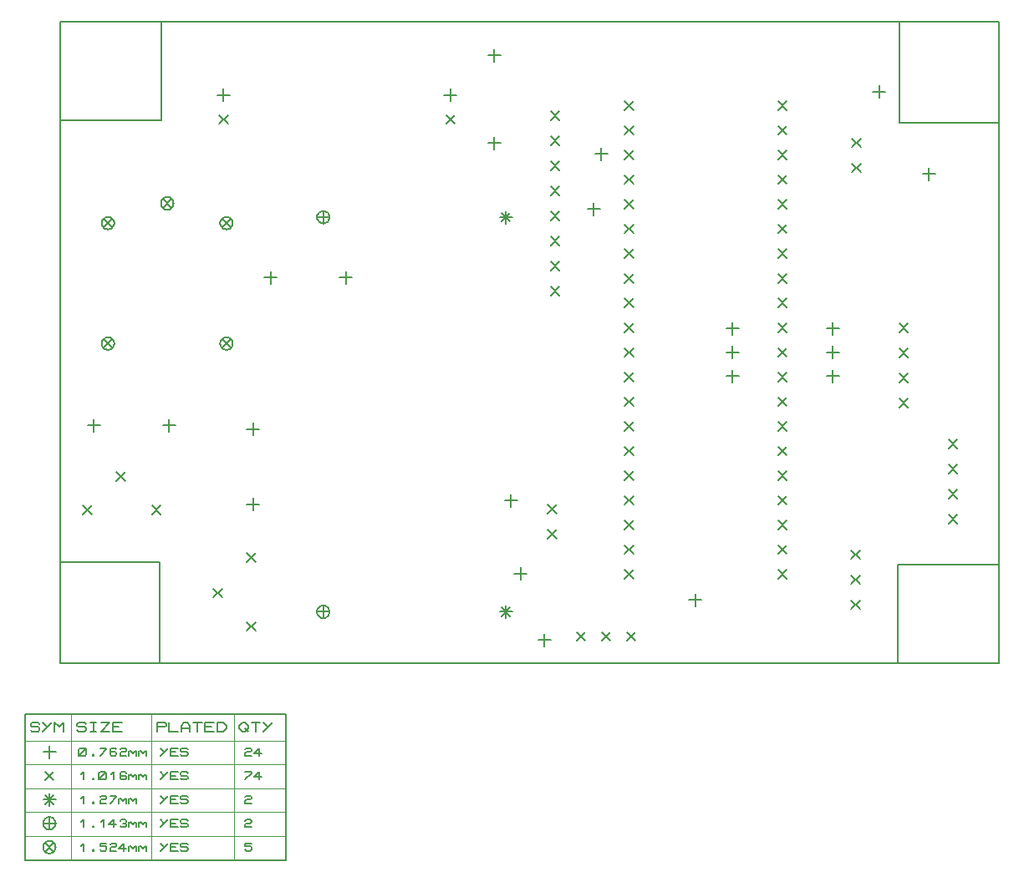
<source format=gbr>
G04 PROTEUS RS274X GERBER FILE*
%FSLAX45Y45*%
%MOMM*%
G01*
%ADD19C,0.203200*%
%ADD70C,0.127000*%
%ADD71C,0.063500*%
%TD.AperFunction*%
D19*
X+4679334Y+989771D02*
X+4679334Y+862771D01*
X+4615834Y+926271D02*
X+4742834Y+926271D01*
X+4580000Y+1732364D02*
X+4580000Y+1605364D01*
X+4516500Y+1668864D02*
X+4643500Y+1668864D01*
X+4412796Y+5355071D02*
X+4412796Y+5228071D01*
X+4349296Y+5291571D02*
X+4476296Y+5291571D01*
X+4412796Y+6245530D02*
X+4412796Y+6118530D01*
X+4349296Y+6182030D02*
X+4476296Y+6182030D01*
X+8815542Y+5040332D02*
X+8815542Y+4913332D01*
X+8752042Y+4976832D02*
X+8879042Y+4976832D01*
X+8312435Y+5875945D02*
X+8312435Y+5748945D01*
X+8248935Y+5812445D02*
X+8375935Y+5812445D01*
X+4921029Y+316793D02*
X+4921029Y+189793D01*
X+4857529Y+253293D02*
X+4984529Y+253293D01*
X+6447119Y+724447D02*
X+6447119Y+597447D01*
X+6383619Y+660947D02*
X+6510619Y+660947D01*
X+5420000Y+4686907D02*
X+5420000Y+4559907D01*
X+5356500Y+4623407D02*
X+5483500Y+4623407D01*
X+5496758Y+5245148D02*
X+5496758Y+5118148D01*
X+5433258Y+5181648D02*
X+5560258Y+5181648D01*
X+945099Y+1614901D02*
X+1034901Y+1525099D01*
X+945099Y+1525099D02*
X+1034901Y+1614901D01*
X+245099Y+1614901D02*
X+334901Y+1525099D01*
X+245099Y+1525099D02*
X+334901Y+1614901D01*
X+585099Y+1954901D02*
X+674901Y+1865099D01*
X+585099Y+1865099D02*
X+674901Y+1954901D01*
X+1905099Y+1134901D02*
X+1994901Y+1045099D01*
X+1905099Y+1045099D02*
X+1994901Y+1134901D01*
X+1905099Y+434901D02*
X+1994901Y+345099D01*
X+1905099Y+345099D02*
X+1994901Y+434901D01*
X+1565099Y+774901D02*
X+1654901Y+685099D01*
X+1565099Y+685099D02*
X+1654901Y+774901D01*
X+1763500Y+4480000D02*
X+1763283Y+4485247D01*
X+1761518Y+4495742D01*
X+1757826Y+4506237D01*
X+1751798Y+4516732D01*
X+1742576Y+4527112D01*
X+1732081Y+4534800D01*
X+1721586Y+4539718D01*
X+1711091Y+4542524D01*
X+1700596Y+4543497D01*
X+1700000Y+4543500D01*
X+1636500Y+4480000D02*
X+1636717Y+4485247D01*
X+1638482Y+4495742D01*
X+1642174Y+4506237D01*
X+1648202Y+4516732D01*
X+1657424Y+4527112D01*
X+1667919Y+4534800D01*
X+1678414Y+4539718D01*
X+1688909Y+4542524D01*
X+1699404Y+4543497D01*
X+1700000Y+4543500D01*
X+1636500Y+4480000D02*
X+1636717Y+4474753D01*
X+1638482Y+4464258D01*
X+1642174Y+4453763D01*
X+1648202Y+4443268D01*
X+1657424Y+4432888D01*
X+1667919Y+4425200D01*
X+1678414Y+4420282D01*
X+1688909Y+4417476D01*
X+1699404Y+4416503D01*
X+1700000Y+4416500D01*
X+1763500Y+4480000D02*
X+1763283Y+4474753D01*
X+1761518Y+4464258D01*
X+1757826Y+4453763D01*
X+1751798Y+4443268D01*
X+1742576Y+4432888D01*
X+1732081Y+4425200D01*
X+1721586Y+4420282D01*
X+1711091Y+4417476D01*
X+1700596Y+4416503D01*
X+1700000Y+4416500D01*
X+1655099Y+4524901D02*
X+1744901Y+4435099D01*
X+1655099Y+4435099D02*
X+1744901Y+4524901D01*
X+563500Y+4480000D02*
X+563283Y+4485247D01*
X+561518Y+4495742D01*
X+557826Y+4506237D01*
X+551798Y+4516732D01*
X+542576Y+4527112D01*
X+532081Y+4534800D01*
X+521586Y+4539718D01*
X+511091Y+4542524D01*
X+500596Y+4543497D01*
X+500000Y+4543500D01*
X+436500Y+4480000D02*
X+436717Y+4485247D01*
X+438482Y+4495742D01*
X+442174Y+4506237D01*
X+448202Y+4516732D01*
X+457424Y+4527112D01*
X+467919Y+4534800D01*
X+478414Y+4539718D01*
X+488909Y+4542524D01*
X+499404Y+4543497D01*
X+500000Y+4543500D01*
X+436500Y+4480000D02*
X+436717Y+4474753D01*
X+438482Y+4464258D01*
X+442174Y+4453763D01*
X+448202Y+4443268D01*
X+457424Y+4432888D01*
X+467919Y+4425200D01*
X+478414Y+4420282D01*
X+488909Y+4417476D01*
X+499404Y+4416503D01*
X+500000Y+4416500D01*
X+563500Y+4480000D02*
X+563283Y+4474753D01*
X+561518Y+4464258D01*
X+557826Y+4453763D01*
X+551798Y+4443268D01*
X+542576Y+4432888D01*
X+532081Y+4425200D01*
X+521586Y+4420282D01*
X+511091Y+4417476D01*
X+500596Y+4416503D01*
X+500000Y+4416500D01*
X+455099Y+4524901D02*
X+544901Y+4435099D01*
X+455099Y+4435099D02*
X+544901Y+4524901D01*
X+1163500Y+4680000D02*
X+1163283Y+4685247D01*
X+1161518Y+4695742D01*
X+1157826Y+4706237D01*
X+1151798Y+4716732D01*
X+1142576Y+4727112D01*
X+1132081Y+4734800D01*
X+1121586Y+4739718D01*
X+1111091Y+4742524D01*
X+1100596Y+4743497D01*
X+1100000Y+4743500D01*
X+1036500Y+4680000D02*
X+1036717Y+4685247D01*
X+1038482Y+4695742D01*
X+1042174Y+4706237D01*
X+1048202Y+4716732D01*
X+1057424Y+4727112D01*
X+1067919Y+4734800D01*
X+1078414Y+4739718D01*
X+1088909Y+4742524D01*
X+1099404Y+4743497D01*
X+1100000Y+4743500D01*
X+1036500Y+4680000D02*
X+1036717Y+4674753D01*
X+1038482Y+4664258D01*
X+1042174Y+4653763D01*
X+1048202Y+4643268D01*
X+1057424Y+4632888D01*
X+1067919Y+4625200D01*
X+1078414Y+4620282D01*
X+1088909Y+4617476D01*
X+1099404Y+4616503D01*
X+1100000Y+4616500D01*
X+1163500Y+4680000D02*
X+1163283Y+4674753D01*
X+1161518Y+4664258D01*
X+1157826Y+4653763D01*
X+1151798Y+4643268D01*
X+1142576Y+4632888D01*
X+1132081Y+4625200D01*
X+1121586Y+4620282D01*
X+1111091Y+4617476D01*
X+1100596Y+4616503D01*
X+1100000Y+4616500D01*
X+1055099Y+4724901D02*
X+1144901Y+4635099D01*
X+1055099Y+4635099D02*
X+1144901Y+4724901D01*
X+1763500Y+3260000D02*
X+1763283Y+3265247D01*
X+1761518Y+3275742D01*
X+1757826Y+3286237D01*
X+1751798Y+3296732D01*
X+1742576Y+3307112D01*
X+1732081Y+3314800D01*
X+1721586Y+3319718D01*
X+1711091Y+3322524D01*
X+1700596Y+3323497D01*
X+1700000Y+3323500D01*
X+1636500Y+3260000D02*
X+1636717Y+3265247D01*
X+1638482Y+3275742D01*
X+1642174Y+3286237D01*
X+1648202Y+3296732D01*
X+1657424Y+3307112D01*
X+1667919Y+3314800D01*
X+1678414Y+3319718D01*
X+1688909Y+3322524D01*
X+1699404Y+3323497D01*
X+1700000Y+3323500D01*
X+1636500Y+3260000D02*
X+1636717Y+3254753D01*
X+1638482Y+3244258D01*
X+1642174Y+3233763D01*
X+1648202Y+3223268D01*
X+1657424Y+3212888D01*
X+1667919Y+3205200D01*
X+1678414Y+3200282D01*
X+1688909Y+3197476D01*
X+1699404Y+3196503D01*
X+1700000Y+3196500D01*
X+1763500Y+3260000D02*
X+1763283Y+3254753D01*
X+1761518Y+3244258D01*
X+1757826Y+3233763D01*
X+1751798Y+3223268D01*
X+1742576Y+3212888D01*
X+1732081Y+3205200D01*
X+1721586Y+3200282D01*
X+1711091Y+3197476D01*
X+1700596Y+3196503D01*
X+1700000Y+3196500D01*
X+1655099Y+3304901D02*
X+1744901Y+3215099D01*
X+1655099Y+3215099D02*
X+1744901Y+3304901D01*
X+563500Y+3260000D02*
X+563283Y+3265247D01*
X+561518Y+3275742D01*
X+557826Y+3286237D01*
X+551798Y+3296732D01*
X+542576Y+3307112D01*
X+532081Y+3314800D01*
X+521586Y+3319718D01*
X+511091Y+3322524D01*
X+500596Y+3323497D01*
X+500000Y+3323500D01*
X+436500Y+3260000D02*
X+436717Y+3265247D01*
X+438482Y+3275742D01*
X+442174Y+3286237D01*
X+448202Y+3296732D01*
X+457424Y+3307112D01*
X+467919Y+3314800D01*
X+478414Y+3319718D01*
X+488909Y+3322524D01*
X+499404Y+3323497D01*
X+500000Y+3323500D01*
X+436500Y+3260000D02*
X+436717Y+3254753D01*
X+438482Y+3244258D01*
X+442174Y+3233763D01*
X+448202Y+3223268D01*
X+457424Y+3212888D01*
X+467919Y+3205200D01*
X+478414Y+3200282D01*
X+488909Y+3197476D01*
X+499404Y+3196503D01*
X+500000Y+3196500D01*
X+563500Y+3260000D02*
X+563283Y+3254753D01*
X+561518Y+3244258D01*
X+557826Y+3233763D01*
X+551798Y+3223268D01*
X+542576Y+3212888D01*
X+532081Y+3205200D01*
X+521586Y+3200282D01*
X+511091Y+3197476D01*
X+500596Y+3196503D01*
X+500000Y+3196500D01*
X+455099Y+3304901D02*
X+544901Y+3215099D01*
X+455099Y+3215099D02*
X+544901Y+3304901D01*
X+1120000Y+2493500D02*
X+1120000Y+2366500D01*
X+1056500Y+2430000D02*
X+1183500Y+2430000D01*
X+358000Y+2493500D02*
X+358000Y+2366500D01*
X+294500Y+2430000D02*
X+421500Y+2430000D01*
X+1670000Y+5843500D02*
X+1670000Y+5716500D01*
X+1606500Y+5780000D02*
X+1733500Y+5780000D01*
X+1625099Y+5574901D02*
X+1714901Y+5485099D01*
X+1625099Y+5485099D02*
X+1714901Y+5574901D01*
X+3970000Y+5843500D02*
X+3970000Y+5716500D01*
X+3906500Y+5780000D02*
X+4033500Y+5780000D01*
X+3925099Y+5574901D02*
X+4014901Y+5485099D01*
X+3925099Y+5485099D02*
X+4014901Y+5574901D01*
X+4530000Y+4603500D02*
X+4530000Y+4476500D01*
X+4466500Y+4540000D02*
X+4593500Y+4540000D01*
X+4485099Y+4584901D02*
X+4574901Y+4495099D01*
X+4485099Y+4495099D02*
X+4574901Y+4584901D01*
X+2743500Y+4540000D02*
X+2743283Y+4545247D01*
X+2741518Y+4555742D01*
X+2737826Y+4566237D01*
X+2731798Y+4576732D01*
X+2722576Y+4587112D01*
X+2712081Y+4594800D01*
X+2701586Y+4599718D01*
X+2691091Y+4602524D01*
X+2680596Y+4603497D01*
X+2680000Y+4603500D01*
X+2616500Y+4540000D02*
X+2616717Y+4545247D01*
X+2618482Y+4555742D01*
X+2622174Y+4566237D01*
X+2628202Y+4576732D01*
X+2637424Y+4587112D01*
X+2647919Y+4594800D01*
X+2658414Y+4599718D01*
X+2668909Y+4602524D01*
X+2679404Y+4603497D01*
X+2680000Y+4603500D01*
X+2616500Y+4540000D02*
X+2616717Y+4534753D01*
X+2618482Y+4524258D01*
X+2622174Y+4513763D01*
X+2628202Y+4503268D01*
X+2637424Y+4492888D01*
X+2647919Y+4485200D01*
X+2658414Y+4480282D01*
X+2668909Y+4477476D01*
X+2679404Y+4476503D01*
X+2680000Y+4476500D01*
X+2743500Y+4540000D02*
X+2743283Y+4534753D01*
X+2741518Y+4524258D01*
X+2737826Y+4513763D01*
X+2731798Y+4503268D01*
X+2722576Y+4492888D01*
X+2712081Y+4485200D01*
X+2701586Y+4480282D01*
X+2691091Y+4477476D01*
X+2680596Y+4476503D01*
X+2680000Y+4476500D01*
X+2680000Y+4603500D02*
X+2680000Y+4476500D01*
X+2616500Y+4540000D02*
X+2743500Y+4540000D01*
X+4530000Y+603500D02*
X+4530000Y+476500D01*
X+4466500Y+540000D02*
X+4593500Y+540000D01*
X+4485099Y+584901D02*
X+4574901Y+495099D01*
X+4485099Y+495099D02*
X+4574901Y+584901D01*
X+2743500Y+540000D02*
X+2743283Y+545247D01*
X+2741518Y+555742D01*
X+2737826Y+566237D01*
X+2731798Y+576732D01*
X+2722576Y+587112D01*
X+2712081Y+594800D01*
X+2701586Y+599718D01*
X+2691091Y+602524D01*
X+2680596Y+603497D01*
X+2680000Y+603500D01*
X+2616500Y+540000D02*
X+2616717Y+545247D01*
X+2618482Y+555742D01*
X+2622174Y+566237D01*
X+2628202Y+576732D01*
X+2637424Y+587112D01*
X+2647919Y+594800D01*
X+2658414Y+599718D01*
X+2668909Y+602524D01*
X+2679404Y+603497D01*
X+2680000Y+603500D01*
X+2616500Y+540000D02*
X+2616717Y+534753D01*
X+2618482Y+524258D01*
X+2622174Y+513763D01*
X+2628202Y+503268D01*
X+2637424Y+492888D01*
X+2647919Y+485200D01*
X+2658414Y+480282D01*
X+2668909Y+477476D01*
X+2679404Y+476503D01*
X+2680000Y+476500D01*
X+2743500Y+540000D02*
X+2743283Y+534753D01*
X+2741518Y+524258D01*
X+2737826Y+513763D01*
X+2731798Y+503268D01*
X+2722576Y+492888D01*
X+2712081Y+485200D01*
X+2701586Y+480282D01*
X+2691091Y+477476D01*
X+2680596Y+476503D01*
X+2680000Y+476500D01*
X+2680000Y+603500D02*
X+2680000Y+476500D01*
X+2616500Y+540000D02*
X+2743500Y+540000D01*
X+1970000Y+1691500D02*
X+1970000Y+1564500D01*
X+1906500Y+1628000D02*
X+2033500Y+1628000D01*
X+1970000Y+2453500D02*
X+1970000Y+2326500D01*
X+1906500Y+2390000D02*
X+2033500Y+2390000D01*
X+2910000Y+3993500D02*
X+2910000Y+3866500D01*
X+2846500Y+3930000D02*
X+2973500Y+3930000D01*
X+2148000Y+3993500D02*
X+2148000Y+3866500D01*
X+2084500Y+3930000D02*
X+2211500Y+3930000D01*
X+7285099Y+964901D02*
X+7374901Y+875099D01*
X+7285099Y+875099D02*
X+7374901Y+964901D01*
X+7285099Y+1214901D02*
X+7374901Y+1125099D01*
X+7285099Y+1125099D02*
X+7374901Y+1214901D01*
X+7285099Y+1464901D02*
X+7374901Y+1375099D01*
X+7285099Y+1375099D02*
X+7374901Y+1464901D01*
X+7285099Y+1714901D02*
X+7374901Y+1625099D01*
X+7285099Y+1625099D02*
X+7374901Y+1714901D01*
X+7285099Y+1964901D02*
X+7374901Y+1875099D01*
X+7285099Y+1875099D02*
X+7374901Y+1964901D01*
X+7285099Y+2214901D02*
X+7374901Y+2125099D01*
X+7285099Y+2125099D02*
X+7374901Y+2214901D01*
X+7285099Y+2464901D02*
X+7374901Y+2375099D01*
X+7285099Y+2375099D02*
X+7374901Y+2464901D01*
X+7285099Y+2714901D02*
X+7374901Y+2625099D01*
X+7285099Y+2625099D02*
X+7374901Y+2714901D01*
X+7285099Y+2964901D02*
X+7374901Y+2875099D01*
X+7285099Y+2875099D02*
X+7374901Y+2964901D01*
X+7285099Y+3214901D02*
X+7374901Y+3125099D01*
X+7285099Y+3125099D02*
X+7374901Y+3214901D01*
X+7285099Y+3464901D02*
X+7374901Y+3375099D01*
X+7285099Y+3375099D02*
X+7374901Y+3464901D01*
X+7285099Y+3714901D02*
X+7374901Y+3625099D01*
X+7285099Y+3625099D02*
X+7374901Y+3714901D01*
X+7285099Y+3964901D02*
X+7374901Y+3875099D01*
X+7285099Y+3875099D02*
X+7374901Y+3964901D01*
X+7285099Y+4214901D02*
X+7374901Y+4125099D01*
X+7285099Y+4125099D02*
X+7374901Y+4214901D01*
X+7285099Y+4464901D02*
X+7374901Y+4375099D01*
X+7285099Y+4375099D02*
X+7374901Y+4464901D01*
X+7285099Y+4714901D02*
X+7374901Y+4625099D01*
X+7285099Y+4625099D02*
X+7374901Y+4714901D01*
X+7285099Y+4964901D02*
X+7374901Y+4875099D01*
X+7285099Y+4875099D02*
X+7374901Y+4964901D01*
X+7285099Y+5214901D02*
X+7374901Y+5125099D01*
X+7285099Y+5125099D02*
X+7374901Y+5214901D01*
X+7285099Y+5464901D02*
X+7374901Y+5375099D01*
X+7285099Y+5375099D02*
X+7374901Y+5464901D01*
X+7285099Y+5714901D02*
X+7374901Y+5625099D01*
X+7285099Y+5625099D02*
X+7374901Y+5714901D01*
X+5735099Y+5714901D02*
X+5824901Y+5625099D01*
X+5735099Y+5625099D02*
X+5824901Y+5714901D01*
X+5735099Y+5464901D02*
X+5824901Y+5375099D01*
X+5735099Y+5375099D02*
X+5824901Y+5464901D01*
X+5735099Y+5214901D02*
X+5824901Y+5125099D01*
X+5735099Y+5125099D02*
X+5824901Y+5214901D01*
X+5735099Y+4964901D02*
X+5824901Y+4875099D01*
X+5735099Y+4875099D02*
X+5824901Y+4964901D01*
X+5735099Y+4714901D02*
X+5824901Y+4625099D01*
X+5735099Y+4625099D02*
X+5824901Y+4714901D01*
X+5735099Y+4464901D02*
X+5824901Y+4375099D01*
X+5735099Y+4375099D02*
X+5824901Y+4464901D01*
X+5735099Y+4214901D02*
X+5824901Y+4125099D01*
X+5735099Y+4125099D02*
X+5824901Y+4214901D01*
X+5735099Y+3964901D02*
X+5824901Y+3875099D01*
X+5735099Y+3875099D02*
X+5824901Y+3964901D01*
X+5735099Y+3714901D02*
X+5824901Y+3625099D01*
X+5735099Y+3625099D02*
X+5824901Y+3714901D01*
X+5735099Y+3464901D02*
X+5824901Y+3375099D01*
X+5735099Y+3375099D02*
X+5824901Y+3464901D01*
X+5735099Y+3214901D02*
X+5824901Y+3125099D01*
X+5735099Y+3125099D02*
X+5824901Y+3214901D01*
X+5735099Y+2964901D02*
X+5824901Y+2875099D01*
X+5735099Y+2875099D02*
X+5824901Y+2964901D01*
X+5735099Y+2714901D02*
X+5824901Y+2625099D01*
X+5735099Y+2625099D02*
X+5824901Y+2714901D01*
X+5735099Y+2464901D02*
X+5824901Y+2375099D01*
X+5735099Y+2375099D02*
X+5824901Y+2464901D01*
X+5735099Y+2214901D02*
X+5824901Y+2125099D01*
X+5735099Y+2125099D02*
X+5824901Y+2214901D01*
X+5735099Y+1964901D02*
X+5824901Y+1875099D01*
X+5735099Y+1875099D02*
X+5824901Y+1964901D01*
X+5735099Y+1714901D02*
X+5824901Y+1625099D01*
X+5735099Y+1625099D02*
X+5824901Y+1714901D01*
X+5735099Y+1464901D02*
X+5824901Y+1375099D01*
X+5735099Y+1375099D02*
X+5824901Y+1464901D01*
X+5735099Y+1214901D02*
X+5824901Y+1125099D01*
X+5735099Y+1125099D02*
X+5824901Y+1214901D01*
X+5735099Y+964901D02*
X+5824901Y+875099D01*
X+5735099Y+875099D02*
X+5824901Y+964901D01*
X+8025099Y+654901D02*
X+8114901Y+565099D01*
X+8025099Y+565099D02*
X+8114901Y+654901D01*
X+8025099Y+908901D02*
X+8114901Y+819099D01*
X+8025099Y+819099D02*
X+8114901Y+908901D01*
X+8025099Y+1162901D02*
X+8114901Y+1073099D01*
X+8025099Y+1073099D02*
X+8114901Y+1162901D01*
X+9015099Y+2286901D02*
X+9104901Y+2197099D01*
X+9015099Y+2197099D02*
X+9104901Y+2286901D01*
X+9015099Y+2032901D02*
X+9104901Y+1943099D01*
X+9015099Y+1943099D02*
X+9104901Y+2032901D01*
X+9015099Y+1778901D02*
X+9104901Y+1689099D01*
X+9015099Y+1689099D02*
X+9104901Y+1778901D01*
X+9015099Y+1524901D02*
X+9104901Y+1435099D01*
X+9015099Y+1435099D02*
X+9104901Y+1524901D01*
X+7840000Y+2993500D02*
X+7840000Y+2866500D01*
X+7776500Y+2930000D02*
X+7903500Y+2930000D01*
X+6824000Y+2993500D02*
X+6824000Y+2866500D01*
X+6760500Y+2930000D02*
X+6887500Y+2930000D01*
X+7840000Y+3233500D02*
X+7840000Y+3106500D01*
X+7776500Y+3170000D02*
X+7903500Y+3170000D01*
X+6824000Y+3233500D02*
X+6824000Y+3106500D01*
X+6760500Y+3170000D02*
X+6887500Y+3170000D01*
X+7840000Y+3473500D02*
X+7840000Y+3346500D01*
X+7776500Y+3410000D02*
X+7903500Y+3410000D01*
X+6824000Y+3473500D02*
X+6824000Y+3346500D01*
X+6760500Y+3410000D02*
X+6887500Y+3410000D01*
X+8515099Y+3464901D02*
X+8604901Y+3375099D01*
X+8515099Y+3375099D02*
X+8604901Y+3464901D01*
X+8515099Y+3210901D02*
X+8604901Y+3121099D01*
X+8515099Y+3121099D02*
X+8604901Y+3210901D01*
X+8515099Y+2956901D02*
X+8604901Y+2867099D01*
X+8515099Y+2867099D02*
X+8604901Y+2956901D01*
X+8515099Y+2702901D02*
X+8604901Y+2613099D01*
X+8515099Y+2613099D02*
X+8604901Y+2702901D01*
X+5755099Y+334901D02*
X+5844901Y+245099D01*
X+5755099Y+245099D02*
X+5844901Y+334901D01*
X+5501099Y+334901D02*
X+5590901Y+245099D01*
X+5501099Y+245099D02*
X+5590901Y+334901D01*
X+5247099Y+334901D02*
X+5336901Y+245099D01*
X+5247099Y+245099D02*
X+5336901Y+334901D01*
X+4985099Y+5614901D02*
X+5074901Y+5525099D01*
X+4985099Y+5525099D02*
X+5074901Y+5614901D01*
X+4985099Y+5360901D02*
X+5074901Y+5271099D01*
X+4985099Y+5271099D02*
X+5074901Y+5360901D01*
X+4985099Y+5106901D02*
X+5074901Y+5017099D01*
X+4985099Y+5017099D02*
X+5074901Y+5106901D01*
X+4985099Y+4852901D02*
X+5074901Y+4763099D01*
X+4985099Y+4763099D02*
X+5074901Y+4852901D01*
X+4985099Y+4598901D02*
X+5074901Y+4509099D01*
X+4985099Y+4509099D02*
X+5074901Y+4598901D01*
X+4985099Y+4344901D02*
X+5074901Y+4255099D01*
X+4985099Y+4255099D02*
X+5074901Y+4344901D01*
X+4985099Y+4090901D02*
X+5074901Y+4001099D01*
X+4985099Y+4001099D02*
X+5074901Y+4090901D01*
X+4985099Y+3836901D02*
X+5074901Y+3747099D01*
X+4985099Y+3747099D02*
X+5074901Y+3836901D01*
X+8035099Y+5338901D02*
X+8124901Y+5249099D01*
X+8035099Y+5249099D02*
X+8124901Y+5338901D01*
X+8035099Y+5084901D02*
X+8124901Y+4995099D01*
X+8035099Y+4995099D02*
X+8124901Y+5084901D01*
X+4955099Y+1624901D02*
X+5044901Y+1535099D01*
X+4955099Y+1535099D02*
X+5044901Y+1624901D01*
X+4955099Y+1370901D02*
X+5044901Y+1281099D01*
X+4955099Y+1281099D02*
X+5044901Y+1370901D01*
X+20000Y+20000D02*
X+9520000Y+20000D01*
X+20000Y+20000D02*
X+20000Y+6520000D01*
X+9520000Y+6520000D01*
X+9520000Y+20000D01*
X+20000Y+1040000D02*
X+1020000Y+1040000D01*
X+1020000Y+20000D01*
X+8500000Y+20000D02*
X+8500000Y+1020000D01*
X+9520000Y+1020000D01*
X+1040000Y+6520000D02*
X+1040000Y+5520000D01*
X+20000Y+5520000D01*
X+9520000Y+5500000D02*
X+8520000Y+5500000D01*
X+8520000Y+6520000D01*
D70*
X-340160Y-1980060D02*
X+2303980Y-1980060D01*
X+2303980Y-494160D01*
X-340160Y-494160D01*
X-340160Y-1980060D01*
D71*
X+127202Y-494160D02*
X+127202Y-1980060D01*
X+940002Y-494160D02*
X+940002Y-1980060D01*
X+1773122Y-494160D02*
X+1773122Y-1980060D01*
X-340160Y-767210D02*
X+2303980Y-767210D01*
X-340160Y-1008510D02*
X+2303980Y-1008510D01*
X-340160Y-1249810D02*
X+2303980Y-1249810D01*
X-340160Y-1491110D02*
X+2303980Y-1491110D01*
X-340160Y-1732410D02*
X+2303980Y-1732410D01*
D70*
X-283010Y-657990D02*
X-267770Y-673230D01*
X-206810Y-673230D01*
X-191570Y-657990D01*
X-191570Y-642750D01*
X-206810Y-627510D01*
X-267770Y-627510D01*
X-283010Y-612270D01*
X-283010Y-597030D01*
X-267770Y-581790D01*
X-206810Y-581790D01*
X-191570Y-597030D01*
X-69650Y-581790D02*
X-161090Y-673230D01*
X-161090Y-581790D02*
X-115370Y-627510D01*
X-39170Y-673230D02*
X-39170Y-581790D01*
X+6550Y-627510D01*
X+52270Y-581790D01*
X+52270Y-673230D01*
X+184350Y-657990D02*
X+199590Y-673230D01*
X+260550Y-673230D01*
X+275790Y-657990D01*
X+275790Y-642750D01*
X+260550Y-627510D01*
X+199590Y-627510D01*
X+184350Y-612270D01*
X+184350Y-597030D01*
X+199590Y-581790D01*
X+260550Y-581790D01*
X+275790Y-597030D01*
X+321510Y-581790D02*
X+382470Y-581790D01*
X+351990Y-581790D02*
X+351990Y-673230D01*
X+321510Y-673230D02*
X+382470Y-673230D01*
X+428190Y-581790D02*
X+519630Y-581790D01*
X+428190Y-673230D01*
X+519630Y-673230D01*
X+641550Y-673230D02*
X+550110Y-673230D01*
X+550110Y-581790D01*
X+641550Y-581790D01*
X+550110Y-627510D02*
X+611070Y-627510D01*
X+997150Y-673230D02*
X+997150Y-581790D01*
X+1073350Y-581790D01*
X+1088590Y-597030D01*
X+1088590Y-612270D01*
X+1073350Y-627510D01*
X+997150Y-627510D01*
X+1119070Y-581790D02*
X+1119070Y-673230D01*
X+1210510Y-673230D01*
X+1240990Y-673230D02*
X+1240990Y-612270D01*
X+1271470Y-581790D01*
X+1301950Y-581790D01*
X+1332430Y-612270D01*
X+1332430Y-673230D01*
X+1240990Y-642750D02*
X+1332430Y-642750D01*
X+1362910Y-581790D02*
X+1454350Y-581790D01*
X+1408630Y-581790D02*
X+1408630Y-673230D01*
X+1576270Y-673230D02*
X+1484830Y-673230D01*
X+1484830Y-581790D01*
X+1576270Y-581790D01*
X+1484830Y-627510D02*
X+1545790Y-627510D01*
X+1606750Y-673230D02*
X+1606750Y-581790D01*
X+1667710Y-581790D01*
X+1698190Y-612270D01*
X+1698190Y-642750D01*
X+1667710Y-673230D01*
X+1606750Y-673230D01*
X+1830270Y-612270D02*
X+1860750Y-581790D01*
X+1891230Y-581790D01*
X+1921710Y-612270D01*
X+1921710Y-642750D01*
X+1891230Y-673230D01*
X+1860750Y-673230D01*
X+1830270Y-642750D01*
X+1830270Y-612270D01*
X+1891230Y-642750D02*
X+1921710Y-673230D01*
X+1952190Y-581790D02*
X+2043630Y-581790D01*
X+1997910Y-581790D02*
X+1997910Y-673230D01*
X+2165550Y-581790D02*
X+2074110Y-673230D01*
X+2074110Y-581790D02*
X+2119830Y-627510D01*
D19*
X-93780Y-818010D02*
X-93780Y-945010D01*
X-157280Y-881510D02*
X-30280Y-881510D01*
D70*
X+203400Y-906910D02*
X+203400Y-856110D01*
X+216100Y-843410D01*
X+266900Y-843410D01*
X+279600Y-856110D01*
X+279600Y-906910D01*
X+266900Y-919610D01*
X+216100Y-919610D01*
X+203400Y-906910D01*
X+203400Y-919610D02*
X+279600Y-843410D01*
X+343100Y-906910D02*
X+355800Y-906910D01*
X+355800Y-919610D01*
X+343100Y-919610D01*
X+343100Y-906910D01*
X+419300Y-843410D02*
X+482800Y-843410D01*
X+482800Y-856110D01*
X+419300Y-919610D01*
X+584400Y-856110D02*
X+571700Y-843410D01*
X+533600Y-843410D01*
X+520900Y-856110D01*
X+520900Y-906910D01*
X+533600Y-919610D01*
X+571700Y-919610D01*
X+584400Y-906910D01*
X+584400Y-894210D01*
X+571700Y-881510D01*
X+520900Y-881510D01*
X+622500Y-856110D02*
X+635200Y-843410D01*
X+673300Y-843410D01*
X+686000Y-856110D01*
X+686000Y-868810D01*
X+673300Y-881510D01*
X+635200Y-881510D01*
X+622500Y-894210D01*
X+622500Y-919610D01*
X+686000Y-919610D01*
X+711400Y-919610D02*
X+711400Y-868810D01*
X+711400Y-881510D02*
X+724100Y-868810D01*
X+749500Y-894210D01*
X+774900Y-868810D01*
X+787600Y-881510D01*
X+787600Y-919610D01*
X+813000Y-919610D02*
X+813000Y-868810D01*
X+813000Y-881510D02*
X+825700Y-868810D01*
X+851100Y-894210D01*
X+876500Y-868810D01*
X+889200Y-881510D01*
X+889200Y-919610D01*
X+1105100Y-843410D02*
X+1028900Y-919610D01*
X+1028900Y-843410D02*
X+1067000Y-881510D01*
X+1206700Y-919610D02*
X+1130500Y-919610D01*
X+1130500Y-843410D01*
X+1206700Y-843410D01*
X+1130500Y-881510D02*
X+1181300Y-881510D01*
X+1232100Y-906910D02*
X+1244800Y-919610D01*
X+1295600Y-919610D01*
X+1308300Y-906910D01*
X+1308300Y-894210D01*
X+1295600Y-881510D01*
X+1244800Y-881510D01*
X+1232100Y-868810D01*
X+1232100Y-856110D01*
X+1244800Y-843410D01*
X+1295600Y-843410D01*
X+1308300Y-856110D01*
X+1887420Y-856110D02*
X+1900120Y-843410D01*
X+1938220Y-843410D01*
X+1950920Y-856110D01*
X+1950920Y-868810D01*
X+1938220Y-881510D01*
X+1900120Y-881510D01*
X+1887420Y-894210D01*
X+1887420Y-919610D01*
X+1950920Y-919610D01*
X+2052520Y-894210D02*
X+1976320Y-894210D01*
X+2027120Y-843410D01*
X+2027120Y-919610D01*
D19*
X-138681Y-1077909D02*
X-48879Y-1167711D01*
X-138681Y-1167711D02*
X-48879Y-1077909D01*
D70*
X+228800Y-1110110D02*
X+254200Y-1084710D01*
X+254200Y-1160910D01*
X+343100Y-1148210D02*
X+355800Y-1148210D01*
X+355800Y-1160910D01*
X+343100Y-1160910D01*
X+343100Y-1148210D01*
X+406600Y-1148210D02*
X+406600Y-1097410D01*
X+419300Y-1084710D01*
X+470100Y-1084710D01*
X+482800Y-1097410D01*
X+482800Y-1148210D01*
X+470100Y-1160910D01*
X+419300Y-1160910D01*
X+406600Y-1148210D01*
X+406600Y-1160910D02*
X+482800Y-1084710D01*
X+533600Y-1110110D02*
X+559000Y-1084710D01*
X+559000Y-1160910D01*
X+686000Y-1097410D02*
X+673300Y-1084710D01*
X+635200Y-1084710D01*
X+622500Y-1097410D01*
X+622500Y-1148210D01*
X+635200Y-1160910D01*
X+673300Y-1160910D01*
X+686000Y-1148210D01*
X+686000Y-1135510D01*
X+673300Y-1122810D01*
X+622500Y-1122810D01*
X+711400Y-1160910D02*
X+711400Y-1110110D01*
X+711400Y-1122810D02*
X+724100Y-1110110D01*
X+749500Y-1135510D01*
X+774900Y-1110110D01*
X+787600Y-1122810D01*
X+787600Y-1160910D01*
X+813000Y-1160910D02*
X+813000Y-1110110D01*
X+813000Y-1122810D02*
X+825700Y-1110110D01*
X+851100Y-1135510D01*
X+876500Y-1110110D01*
X+889200Y-1122810D01*
X+889200Y-1160910D01*
X+1105100Y-1084710D02*
X+1028900Y-1160910D01*
X+1028900Y-1084710D02*
X+1067000Y-1122810D01*
X+1206700Y-1160910D02*
X+1130500Y-1160910D01*
X+1130500Y-1084710D01*
X+1206700Y-1084710D01*
X+1130500Y-1122810D02*
X+1181300Y-1122810D01*
X+1232100Y-1148210D02*
X+1244800Y-1160910D01*
X+1295600Y-1160910D01*
X+1308300Y-1148210D01*
X+1308300Y-1135510D01*
X+1295600Y-1122810D01*
X+1244800Y-1122810D01*
X+1232100Y-1110110D01*
X+1232100Y-1097410D01*
X+1244800Y-1084710D01*
X+1295600Y-1084710D01*
X+1308300Y-1097410D01*
X+1887420Y-1084710D02*
X+1950920Y-1084710D01*
X+1950920Y-1097410D01*
X+1887420Y-1160910D01*
X+2052520Y-1135510D02*
X+1976320Y-1135510D01*
X+2027120Y-1084710D01*
X+2027120Y-1160910D01*
D19*
X-93780Y-1300610D02*
X-93780Y-1427610D01*
X-157280Y-1364110D02*
X-30280Y-1364110D01*
X-138681Y-1319209D02*
X-48879Y-1409011D01*
X-138681Y-1409011D02*
X-48879Y-1319209D01*
D70*
X+228800Y-1351410D02*
X+254200Y-1326010D01*
X+254200Y-1402210D01*
X+343100Y-1389510D02*
X+355800Y-1389510D01*
X+355800Y-1402210D01*
X+343100Y-1402210D01*
X+343100Y-1389510D01*
X+419300Y-1338710D02*
X+432000Y-1326010D01*
X+470100Y-1326010D01*
X+482800Y-1338710D01*
X+482800Y-1351410D01*
X+470100Y-1364110D01*
X+432000Y-1364110D01*
X+419300Y-1376810D01*
X+419300Y-1402210D01*
X+482800Y-1402210D01*
X+520900Y-1326010D02*
X+584400Y-1326010D01*
X+584400Y-1338710D01*
X+520900Y-1402210D01*
X+609800Y-1402210D02*
X+609800Y-1351410D01*
X+609800Y-1364110D02*
X+622500Y-1351410D01*
X+647900Y-1376810D01*
X+673300Y-1351410D01*
X+686000Y-1364110D01*
X+686000Y-1402210D01*
X+711400Y-1402210D02*
X+711400Y-1351410D01*
X+711400Y-1364110D02*
X+724100Y-1351410D01*
X+749500Y-1376810D01*
X+774900Y-1351410D01*
X+787600Y-1364110D01*
X+787600Y-1402210D01*
X+1105100Y-1326010D02*
X+1028900Y-1402210D01*
X+1028900Y-1326010D02*
X+1067000Y-1364110D01*
X+1206700Y-1402210D02*
X+1130500Y-1402210D01*
X+1130500Y-1326010D01*
X+1206700Y-1326010D01*
X+1130500Y-1364110D02*
X+1181300Y-1364110D01*
X+1232100Y-1389510D02*
X+1244800Y-1402210D01*
X+1295600Y-1402210D01*
X+1308300Y-1389510D01*
X+1308300Y-1376810D01*
X+1295600Y-1364110D01*
X+1244800Y-1364110D01*
X+1232100Y-1351410D01*
X+1232100Y-1338710D01*
X+1244800Y-1326010D01*
X+1295600Y-1326010D01*
X+1308300Y-1338710D01*
X+1887420Y-1338710D02*
X+1900120Y-1326010D01*
X+1938220Y-1326010D01*
X+1950920Y-1338710D01*
X+1950920Y-1351410D01*
X+1938220Y-1364110D01*
X+1900120Y-1364110D01*
X+1887420Y-1376810D01*
X+1887420Y-1402210D01*
X+1950920Y-1402210D01*
D19*
X-30280Y-1605410D02*
X-30497Y-1600163D01*
X-32262Y-1589668D01*
X-35954Y-1579173D01*
X-41982Y-1568678D01*
X-51204Y-1558298D01*
X-61699Y-1550610D01*
X-72194Y-1545692D01*
X-82689Y-1542886D01*
X-93184Y-1541913D01*
X-93780Y-1541910D01*
X-157280Y-1605410D02*
X-157063Y-1600163D01*
X-155298Y-1589668D01*
X-151606Y-1579173D01*
X-145578Y-1568678D01*
X-136356Y-1558298D01*
X-125861Y-1550610D01*
X-115366Y-1545692D01*
X-104871Y-1542886D01*
X-94376Y-1541913D01*
X-93780Y-1541910D01*
X-157280Y-1605410D02*
X-157063Y-1610657D01*
X-155298Y-1621152D01*
X-151606Y-1631647D01*
X-145578Y-1642142D01*
X-136356Y-1652522D01*
X-125861Y-1660210D01*
X-115366Y-1665128D01*
X-104871Y-1667934D01*
X-94376Y-1668907D01*
X-93780Y-1668910D01*
X-30280Y-1605410D02*
X-30497Y-1610657D01*
X-32262Y-1621152D01*
X-35954Y-1631647D01*
X-41982Y-1642142D01*
X-51204Y-1652522D01*
X-61699Y-1660210D01*
X-72194Y-1665128D01*
X-82689Y-1667934D01*
X-93184Y-1668907D01*
X-93780Y-1668910D01*
X-93780Y-1541910D02*
X-93780Y-1668910D01*
X-157280Y-1605410D02*
X-30280Y-1605410D01*
D70*
X+228800Y-1592710D02*
X+254200Y-1567310D01*
X+254200Y-1643510D01*
X+343100Y-1630810D02*
X+355800Y-1630810D01*
X+355800Y-1643510D01*
X+343100Y-1643510D01*
X+343100Y-1630810D01*
X+432000Y-1592710D02*
X+457400Y-1567310D01*
X+457400Y-1643510D01*
X+584400Y-1618110D02*
X+508200Y-1618110D01*
X+559000Y-1567310D01*
X+559000Y-1643510D01*
X+622500Y-1580010D02*
X+635200Y-1567310D01*
X+673300Y-1567310D01*
X+686000Y-1580010D01*
X+686000Y-1592710D01*
X+673300Y-1605410D01*
X+686000Y-1618110D01*
X+686000Y-1630810D01*
X+673300Y-1643510D01*
X+635200Y-1643510D01*
X+622500Y-1630810D01*
X+647900Y-1605410D02*
X+673300Y-1605410D01*
X+711400Y-1643510D02*
X+711400Y-1592710D01*
X+711400Y-1605410D02*
X+724100Y-1592710D01*
X+749500Y-1618110D01*
X+774900Y-1592710D01*
X+787600Y-1605410D01*
X+787600Y-1643510D01*
X+813000Y-1643510D02*
X+813000Y-1592710D01*
X+813000Y-1605410D02*
X+825700Y-1592710D01*
X+851100Y-1618110D01*
X+876500Y-1592710D01*
X+889200Y-1605410D01*
X+889200Y-1643510D01*
X+1105100Y-1567310D02*
X+1028900Y-1643510D01*
X+1028900Y-1567310D02*
X+1067000Y-1605410D01*
X+1206700Y-1643510D02*
X+1130500Y-1643510D01*
X+1130500Y-1567310D01*
X+1206700Y-1567310D01*
X+1130500Y-1605410D02*
X+1181300Y-1605410D01*
X+1232100Y-1630810D02*
X+1244800Y-1643510D01*
X+1295600Y-1643510D01*
X+1308300Y-1630810D01*
X+1308300Y-1618110D01*
X+1295600Y-1605410D01*
X+1244800Y-1605410D01*
X+1232100Y-1592710D01*
X+1232100Y-1580010D01*
X+1244800Y-1567310D01*
X+1295600Y-1567310D01*
X+1308300Y-1580010D01*
X+1887420Y-1580010D02*
X+1900120Y-1567310D01*
X+1938220Y-1567310D01*
X+1950920Y-1580010D01*
X+1950920Y-1592710D01*
X+1938220Y-1605410D01*
X+1900120Y-1605410D01*
X+1887420Y-1618110D01*
X+1887420Y-1643510D01*
X+1950920Y-1643510D01*
D19*
X-30280Y-1846710D02*
X-30497Y-1841463D01*
X-32262Y-1830968D01*
X-35954Y-1820473D01*
X-41982Y-1809978D01*
X-51204Y-1799598D01*
X-61699Y-1791910D01*
X-72194Y-1786992D01*
X-82689Y-1784186D01*
X-93184Y-1783213D01*
X-93780Y-1783210D01*
X-157280Y-1846710D02*
X-157063Y-1841463D01*
X-155298Y-1830968D01*
X-151606Y-1820473D01*
X-145578Y-1809978D01*
X-136356Y-1799598D01*
X-125861Y-1791910D01*
X-115366Y-1786992D01*
X-104871Y-1784186D01*
X-94376Y-1783213D01*
X-93780Y-1783210D01*
X-157280Y-1846710D02*
X-157063Y-1851957D01*
X-155298Y-1862452D01*
X-151606Y-1872947D01*
X-145578Y-1883442D01*
X-136356Y-1893822D01*
X-125861Y-1901510D01*
X-115366Y-1906428D01*
X-104871Y-1909234D01*
X-94376Y-1910207D01*
X-93780Y-1910210D01*
X-30280Y-1846710D02*
X-30497Y-1851957D01*
X-32262Y-1862452D01*
X-35954Y-1872947D01*
X-41982Y-1883442D01*
X-51204Y-1893822D01*
X-61699Y-1901510D01*
X-72194Y-1906428D01*
X-82689Y-1909234D01*
X-93184Y-1910207D01*
X-93780Y-1910210D01*
X-138681Y-1801809D02*
X-48879Y-1891611D01*
X-138681Y-1891611D02*
X-48879Y-1801809D01*
D70*
X+228800Y-1834010D02*
X+254200Y-1808610D01*
X+254200Y-1884810D01*
X+343100Y-1872110D02*
X+355800Y-1872110D01*
X+355800Y-1884810D01*
X+343100Y-1884810D01*
X+343100Y-1872110D01*
X+482800Y-1808610D02*
X+419300Y-1808610D01*
X+419300Y-1834010D01*
X+470100Y-1834010D01*
X+482800Y-1846710D01*
X+482800Y-1872110D01*
X+470100Y-1884810D01*
X+432000Y-1884810D01*
X+419300Y-1872110D01*
X+520900Y-1821310D02*
X+533600Y-1808610D01*
X+571700Y-1808610D01*
X+584400Y-1821310D01*
X+584400Y-1834010D01*
X+571700Y-1846710D01*
X+533600Y-1846710D01*
X+520900Y-1859410D01*
X+520900Y-1884810D01*
X+584400Y-1884810D01*
X+686000Y-1859410D02*
X+609800Y-1859410D01*
X+660600Y-1808610D01*
X+660600Y-1884810D01*
X+711400Y-1884810D02*
X+711400Y-1834010D01*
X+711400Y-1846710D02*
X+724100Y-1834010D01*
X+749500Y-1859410D01*
X+774900Y-1834010D01*
X+787600Y-1846710D01*
X+787600Y-1884810D01*
X+813000Y-1884810D02*
X+813000Y-1834010D01*
X+813000Y-1846710D02*
X+825700Y-1834010D01*
X+851100Y-1859410D01*
X+876500Y-1834010D01*
X+889200Y-1846710D01*
X+889200Y-1884810D01*
X+1105100Y-1808610D02*
X+1028900Y-1884810D01*
X+1028900Y-1808610D02*
X+1067000Y-1846710D01*
X+1206700Y-1884810D02*
X+1130500Y-1884810D01*
X+1130500Y-1808610D01*
X+1206700Y-1808610D01*
X+1130500Y-1846710D02*
X+1181300Y-1846710D01*
X+1232100Y-1872110D02*
X+1244800Y-1884810D01*
X+1295600Y-1884810D01*
X+1308300Y-1872110D01*
X+1308300Y-1859410D01*
X+1295600Y-1846710D01*
X+1244800Y-1846710D01*
X+1232100Y-1834010D01*
X+1232100Y-1821310D01*
X+1244800Y-1808610D01*
X+1295600Y-1808610D01*
X+1308300Y-1821310D01*
X+1950920Y-1808610D02*
X+1887420Y-1808610D01*
X+1887420Y-1834010D01*
X+1938220Y-1834010D01*
X+1950920Y-1846710D01*
X+1950920Y-1872110D01*
X+1938220Y-1884810D01*
X+1900120Y-1884810D01*
X+1887420Y-1872110D01*
M02*

</source>
